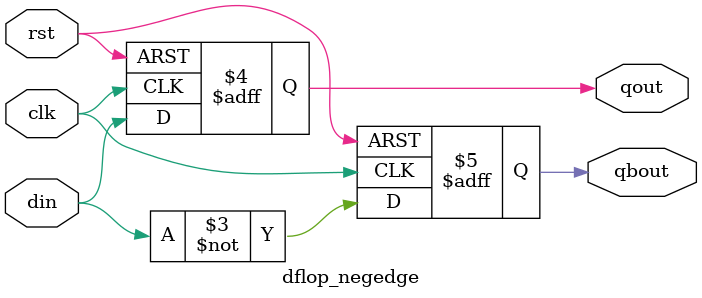
<source format=v>
/*--  *******************************************************
--  Computer Architecture Course, Laboratory Sources 
--  Amirkabir University of Technology (Tehran Polytechnic)
--  Department of Computer Engineering (CE-AUT)
--  https://ce[dot]aut[dot]ac[dot]ir
--  *******************************************************
--  All Rights reserved (C) 2019-2020
--  *******************************************************
--  Student ID  : 
--  Student Name: 
--  Student Mail: 
--  *******************************************************
--  Additional Comments:
--
--*/

/*-----------------------------------------------------------
---  Module Name: D Flip Flop
---  Description: Lab 09 Part 1
-----------------------------------------------------------*/
`timescale 1 ns/1 ns

module dflop_negedge (
	input rst ,
	input clk ,
	input din ,
	//instead of initialing f.ex q_out and the assigning qout to q_out
	// we can defind qout like below
	output reg qout ,
	output reg qbout
);
	
//	reg pout = 1'b0;
//	always @(pout, clk, rst, din) begin
//		if(rst == 1'b1) begin
//			qout = 1'b0;
//			qbout = 1'b1;
//			pout = 1'b0;
//		end
//		else begin
//			if(clk == 1'b0)
//				#5
//				pout = din;
//			else begin
//				#5
//				qout = pout;
//				qbout = ~ pout;
//			end
//		end
//	end

	always @ (negedge clk or posedge rst) begin
		if(rst == 1'b1) begin
			qout <= 1'b0;
			qbout <= 1'b1;
		end
		else begin
			#5
			qout <= din;
			qbout <= ~din;
		end
	end

endmodule 

</source>
